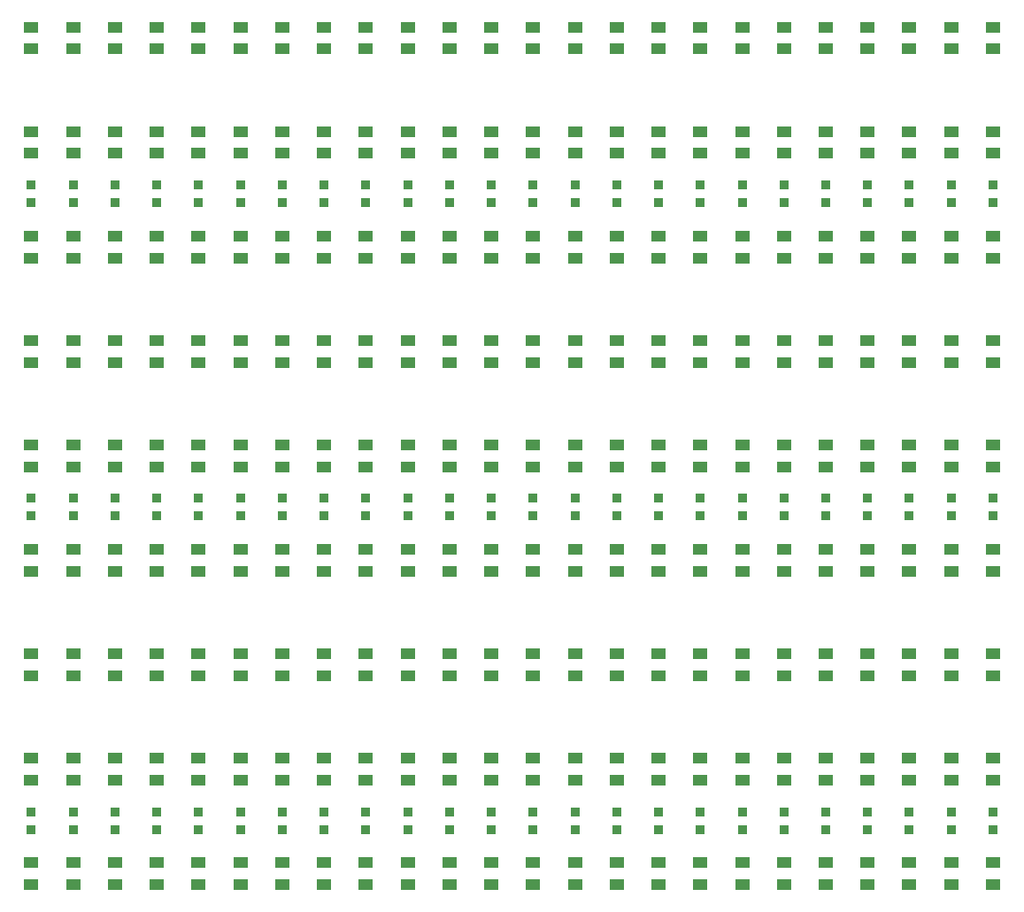
<source format=gbp>
%FSLAX34Y34*%
G04 Gerber Fmt 3.4, Leading zero omitted, Abs format*
G04 (created by PCBNEW (2014-05-23 BZR 4886)-product) date Sat 24 May 2014 10:50:35 PM CEST*
%MOIN*%
G01*
G70*
G90*
G04 APERTURE LIST*
%ADD10C,0.005906*%
%ADD11R,0.038104X0.034584*%
%ADD12R,0.051969X0.041575*%
G04 APERTURE END LIST*
G54D10*
G54D11*
X113582Y-53957D03*
X113582Y-54625D03*
X113582Y-65768D03*
X113582Y-66436D03*
X113582Y-42146D03*
X113582Y-42814D03*
G54D12*
X113582Y-36201D03*
X113582Y-37027D03*
X113582Y-48012D03*
X113582Y-48838D03*
X113582Y-51949D03*
X113582Y-52775D03*
X113582Y-55886D03*
X113582Y-56712D03*
X113582Y-59823D03*
X113582Y-60649D03*
X113582Y-63760D03*
X113582Y-64586D03*
X113582Y-67697D03*
X113582Y-68523D03*
X113582Y-40138D03*
X113582Y-40964D03*
X113582Y-44075D03*
X113582Y-44901D03*
X112007Y-44075D03*
X112007Y-44901D03*
X112007Y-40138D03*
X112007Y-40964D03*
X112007Y-67697D03*
X112007Y-68523D03*
X112007Y-63760D03*
X112007Y-64586D03*
X112007Y-59823D03*
X112007Y-60649D03*
X112007Y-55886D03*
X112007Y-56712D03*
X112007Y-51949D03*
X112007Y-52775D03*
X112007Y-48012D03*
X112007Y-48838D03*
X112007Y-36201D03*
X112007Y-37027D03*
G54D11*
X112007Y-42146D03*
X112007Y-42814D03*
X112007Y-65768D03*
X112007Y-66436D03*
X112007Y-53957D03*
X112007Y-54625D03*
X146653Y-53957D03*
X146653Y-54625D03*
X146653Y-65768D03*
X146653Y-66436D03*
X146653Y-42146D03*
X146653Y-42814D03*
G54D12*
X146653Y-36201D03*
X146653Y-37027D03*
X146653Y-48012D03*
X146653Y-48838D03*
X146653Y-51949D03*
X146653Y-52775D03*
X146653Y-55886D03*
X146653Y-56712D03*
X146653Y-59823D03*
X146653Y-60649D03*
X146653Y-63760D03*
X146653Y-64586D03*
X146653Y-67697D03*
X146653Y-68523D03*
X146653Y-40138D03*
X146653Y-40964D03*
X146653Y-44075D03*
X146653Y-44901D03*
X148228Y-44075D03*
X148228Y-44901D03*
X148228Y-40138D03*
X148228Y-40964D03*
X148228Y-67697D03*
X148228Y-68523D03*
X148228Y-63760D03*
X148228Y-64586D03*
X148228Y-59823D03*
X148228Y-60649D03*
X148228Y-55886D03*
X148228Y-56712D03*
X148228Y-51949D03*
X148228Y-52775D03*
X148228Y-48012D03*
X148228Y-48838D03*
X148228Y-36201D03*
X148228Y-37027D03*
G54D11*
X148228Y-42146D03*
X148228Y-42814D03*
X148228Y-65768D03*
X148228Y-66436D03*
X148228Y-53957D03*
X148228Y-54625D03*
X118307Y-53957D03*
X118307Y-54625D03*
X118307Y-65768D03*
X118307Y-66436D03*
X118307Y-42146D03*
X118307Y-42814D03*
G54D12*
X118307Y-36201D03*
X118307Y-37027D03*
X118307Y-48012D03*
X118307Y-48838D03*
X118307Y-51949D03*
X118307Y-52775D03*
X118307Y-55886D03*
X118307Y-56712D03*
X118307Y-59823D03*
X118307Y-60649D03*
X118307Y-63760D03*
X118307Y-64586D03*
X118307Y-67697D03*
X118307Y-68523D03*
X118307Y-40138D03*
X118307Y-40964D03*
X118307Y-44075D03*
X118307Y-44901D03*
X119881Y-44075D03*
X119881Y-44901D03*
X119881Y-40138D03*
X119881Y-40964D03*
X119881Y-67697D03*
X119881Y-68523D03*
X119881Y-63760D03*
X119881Y-64586D03*
X119881Y-59823D03*
X119881Y-60649D03*
X119881Y-55886D03*
X119881Y-56712D03*
X119881Y-51949D03*
X119881Y-52775D03*
X119881Y-48012D03*
X119881Y-48838D03*
X119881Y-36201D03*
X119881Y-37027D03*
G54D11*
X119881Y-42146D03*
X119881Y-42814D03*
X119881Y-65768D03*
X119881Y-66436D03*
X119881Y-53957D03*
X119881Y-54625D03*
X116732Y-53957D03*
X116732Y-54625D03*
X116732Y-65768D03*
X116732Y-66436D03*
X116732Y-42146D03*
X116732Y-42814D03*
G54D12*
X116732Y-36201D03*
X116732Y-37027D03*
X116732Y-48012D03*
X116732Y-48838D03*
X116732Y-51949D03*
X116732Y-52775D03*
X116732Y-55886D03*
X116732Y-56712D03*
X116732Y-59823D03*
X116732Y-60649D03*
X116732Y-63760D03*
X116732Y-64586D03*
X116732Y-67697D03*
X116732Y-68523D03*
X116732Y-40138D03*
X116732Y-40964D03*
X116732Y-44075D03*
X116732Y-44901D03*
X115157Y-44075D03*
X115157Y-44901D03*
X115157Y-40138D03*
X115157Y-40964D03*
X115157Y-67697D03*
X115157Y-68523D03*
X115157Y-63760D03*
X115157Y-64586D03*
X115157Y-59823D03*
X115157Y-60649D03*
X115157Y-55886D03*
X115157Y-56712D03*
X115157Y-51949D03*
X115157Y-52775D03*
X115157Y-48012D03*
X115157Y-48838D03*
X115157Y-36201D03*
X115157Y-37027D03*
G54D11*
X115157Y-42146D03*
X115157Y-42814D03*
X115157Y-65768D03*
X115157Y-66436D03*
X115157Y-53957D03*
X115157Y-54625D03*
X121456Y-53957D03*
X121456Y-54625D03*
X121456Y-65768D03*
X121456Y-66436D03*
X121456Y-42146D03*
X121456Y-42814D03*
G54D12*
X121456Y-36201D03*
X121456Y-37027D03*
X121456Y-48012D03*
X121456Y-48838D03*
X121456Y-51949D03*
X121456Y-52775D03*
X121456Y-55886D03*
X121456Y-56712D03*
X121456Y-59823D03*
X121456Y-60649D03*
X121456Y-63760D03*
X121456Y-64586D03*
X121456Y-67697D03*
X121456Y-68523D03*
X121456Y-40138D03*
X121456Y-40964D03*
X121456Y-44075D03*
X121456Y-44901D03*
X129330Y-44075D03*
X129330Y-44901D03*
X129330Y-40138D03*
X129330Y-40964D03*
X129330Y-67697D03*
X129330Y-68523D03*
X129330Y-63760D03*
X129330Y-64586D03*
X129330Y-59823D03*
X129330Y-60649D03*
X129330Y-55886D03*
X129330Y-56712D03*
X129330Y-51949D03*
X129330Y-52775D03*
X129330Y-48012D03*
X129330Y-48838D03*
X129330Y-36201D03*
X129330Y-37027D03*
G54D11*
X129330Y-42146D03*
X129330Y-42814D03*
X129330Y-65768D03*
X129330Y-66436D03*
X129330Y-53957D03*
X129330Y-54625D03*
X123031Y-53957D03*
X123031Y-54625D03*
X123031Y-65768D03*
X123031Y-66436D03*
X123031Y-42146D03*
X123031Y-42814D03*
G54D12*
X123031Y-36201D03*
X123031Y-37027D03*
X123031Y-48012D03*
X123031Y-48838D03*
X123031Y-51949D03*
X123031Y-52775D03*
X123031Y-55886D03*
X123031Y-56712D03*
X123031Y-59823D03*
X123031Y-60649D03*
X123031Y-63760D03*
X123031Y-64586D03*
X123031Y-67697D03*
X123031Y-68523D03*
X123031Y-40138D03*
X123031Y-40964D03*
X123031Y-44075D03*
X123031Y-44901D03*
X124606Y-44075D03*
X124606Y-44901D03*
X124606Y-40138D03*
X124606Y-40964D03*
X124606Y-67697D03*
X124606Y-68523D03*
X124606Y-63760D03*
X124606Y-64586D03*
X124606Y-59823D03*
X124606Y-60649D03*
X124606Y-55886D03*
X124606Y-56712D03*
X124606Y-51949D03*
X124606Y-52775D03*
X124606Y-48012D03*
X124606Y-48838D03*
X124606Y-36201D03*
X124606Y-37027D03*
G54D11*
X124606Y-42146D03*
X124606Y-42814D03*
X124606Y-65768D03*
X124606Y-66436D03*
X124606Y-53957D03*
X124606Y-54625D03*
X127755Y-53957D03*
X127755Y-54625D03*
X127755Y-65768D03*
X127755Y-66436D03*
X127755Y-42146D03*
X127755Y-42814D03*
G54D12*
X127755Y-36201D03*
X127755Y-37027D03*
X127755Y-48012D03*
X127755Y-48838D03*
X127755Y-51949D03*
X127755Y-52775D03*
X127755Y-55886D03*
X127755Y-56712D03*
X127755Y-59823D03*
X127755Y-60649D03*
X127755Y-63760D03*
X127755Y-64586D03*
X127755Y-67697D03*
X127755Y-68523D03*
X127755Y-40138D03*
X127755Y-40964D03*
X127755Y-44075D03*
X127755Y-44901D03*
X126181Y-44075D03*
X126181Y-44901D03*
X126181Y-40138D03*
X126181Y-40964D03*
X126181Y-67697D03*
X126181Y-68523D03*
X126181Y-63760D03*
X126181Y-64586D03*
X126181Y-59823D03*
X126181Y-60649D03*
X126181Y-55886D03*
X126181Y-56712D03*
X126181Y-51949D03*
X126181Y-52775D03*
X126181Y-48012D03*
X126181Y-48838D03*
X126181Y-36201D03*
X126181Y-37027D03*
G54D11*
X126181Y-42146D03*
X126181Y-42814D03*
X126181Y-65768D03*
X126181Y-66436D03*
X126181Y-53957D03*
X126181Y-54625D03*
X141929Y-53957D03*
X141929Y-54625D03*
X141929Y-65768D03*
X141929Y-66436D03*
X141929Y-42146D03*
X141929Y-42814D03*
G54D12*
X141929Y-36201D03*
X141929Y-37027D03*
X141929Y-48012D03*
X141929Y-48838D03*
X141929Y-51949D03*
X141929Y-52775D03*
X141929Y-55886D03*
X141929Y-56712D03*
X141929Y-59823D03*
X141929Y-60649D03*
X141929Y-63760D03*
X141929Y-64586D03*
X141929Y-67697D03*
X141929Y-68523D03*
X141929Y-40138D03*
X141929Y-40964D03*
X141929Y-44075D03*
X141929Y-44901D03*
X143503Y-44075D03*
X143503Y-44901D03*
X143503Y-40138D03*
X143503Y-40964D03*
X143503Y-67697D03*
X143503Y-68523D03*
X143503Y-63760D03*
X143503Y-64586D03*
X143503Y-59823D03*
X143503Y-60649D03*
X143503Y-55886D03*
X143503Y-56712D03*
X143503Y-51949D03*
X143503Y-52775D03*
X143503Y-48012D03*
X143503Y-48838D03*
X143503Y-36201D03*
X143503Y-37027D03*
G54D11*
X143503Y-42146D03*
X143503Y-42814D03*
X143503Y-65768D03*
X143503Y-66436D03*
X143503Y-53957D03*
X143503Y-54625D03*
X140354Y-53957D03*
X140354Y-54625D03*
X140354Y-65768D03*
X140354Y-66436D03*
X140354Y-42146D03*
X140354Y-42814D03*
G54D12*
X140354Y-36201D03*
X140354Y-37027D03*
X140354Y-48012D03*
X140354Y-48838D03*
X140354Y-51949D03*
X140354Y-52775D03*
X140354Y-55886D03*
X140354Y-56712D03*
X140354Y-59823D03*
X140354Y-60649D03*
X140354Y-63760D03*
X140354Y-64586D03*
X140354Y-67697D03*
X140354Y-68523D03*
X140354Y-40138D03*
X140354Y-40964D03*
X140354Y-44075D03*
X140354Y-44901D03*
X138779Y-44075D03*
X138779Y-44901D03*
X138779Y-40138D03*
X138779Y-40964D03*
X138779Y-67697D03*
X138779Y-68523D03*
X138779Y-63760D03*
X138779Y-64586D03*
X138779Y-59823D03*
X138779Y-60649D03*
X138779Y-55886D03*
X138779Y-56712D03*
X138779Y-51949D03*
X138779Y-52775D03*
X138779Y-48012D03*
X138779Y-48838D03*
X138779Y-36201D03*
X138779Y-37027D03*
G54D11*
X138779Y-42146D03*
X138779Y-42814D03*
X138779Y-65768D03*
X138779Y-66436D03*
X138779Y-53957D03*
X138779Y-54625D03*
X145078Y-53957D03*
X145078Y-54625D03*
X145078Y-65768D03*
X145078Y-66436D03*
X145078Y-42146D03*
X145078Y-42814D03*
G54D12*
X145078Y-36201D03*
X145078Y-37027D03*
X145078Y-48012D03*
X145078Y-48838D03*
X145078Y-51949D03*
X145078Y-52775D03*
X145078Y-55886D03*
X145078Y-56712D03*
X145078Y-59823D03*
X145078Y-60649D03*
X145078Y-63760D03*
X145078Y-64586D03*
X145078Y-67697D03*
X145078Y-68523D03*
X145078Y-40138D03*
X145078Y-40964D03*
X145078Y-44075D03*
X145078Y-44901D03*
X137204Y-44075D03*
X137204Y-44901D03*
X137204Y-40138D03*
X137204Y-40964D03*
X137204Y-67697D03*
X137204Y-68523D03*
X137204Y-63760D03*
X137204Y-64586D03*
X137204Y-59823D03*
X137204Y-60649D03*
X137204Y-55886D03*
X137204Y-56712D03*
X137204Y-51949D03*
X137204Y-52775D03*
X137204Y-48012D03*
X137204Y-48838D03*
X137204Y-36201D03*
X137204Y-37027D03*
G54D11*
X137204Y-42146D03*
X137204Y-42814D03*
X137204Y-65768D03*
X137204Y-66436D03*
X137204Y-53957D03*
X137204Y-54625D03*
X130905Y-53957D03*
X130905Y-54625D03*
X130905Y-65768D03*
X130905Y-66436D03*
X130905Y-42146D03*
X130905Y-42814D03*
G54D12*
X130905Y-36201D03*
X130905Y-37027D03*
X130905Y-48012D03*
X130905Y-48838D03*
X130905Y-51949D03*
X130905Y-52775D03*
X130905Y-55886D03*
X130905Y-56712D03*
X130905Y-59823D03*
X130905Y-60649D03*
X130905Y-63760D03*
X130905Y-64586D03*
X130905Y-67697D03*
X130905Y-68523D03*
X130905Y-40138D03*
X130905Y-40964D03*
X130905Y-44075D03*
X130905Y-44901D03*
X132480Y-44075D03*
X132480Y-44901D03*
X132480Y-40138D03*
X132480Y-40964D03*
X132480Y-67697D03*
X132480Y-68523D03*
X132480Y-63760D03*
X132480Y-64586D03*
X132480Y-59823D03*
X132480Y-60649D03*
X132480Y-55886D03*
X132480Y-56712D03*
X132480Y-51949D03*
X132480Y-52775D03*
X132480Y-48012D03*
X132480Y-48838D03*
X132480Y-36201D03*
X132480Y-37027D03*
G54D11*
X132480Y-42146D03*
X132480Y-42814D03*
X132480Y-65768D03*
X132480Y-66436D03*
X132480Y-53957D03*
X132480Y-54625D03*
X135629Y-53957D03*
X135629Y-54625D03*
X135629Y-65768D03*
X135629Y-66436D03*
X135629Y-42146D03*
X135629Y-42814D03*
G54D12*
X135629Y-36201D03*
X135629Y-37027D03*
X135629Y-48012D03*
X135629Y-48838D03*
X135629Y-51949D03*
X135629Y-52775D03*
X135629Y-55886D03*
X135629Y-56712D03*
X135629Y-59823D03*
X135629Y-60649D03*
X135629Y-63760D03*
X135629Y-64586D03*
X135629Y-67697D03*
X135629Y-68523D03*
X135629Y-40138D03*
X135629Y-40964D03*
X135629Y-44075D03*
X135629Y-44901D03*
X134055Y-44075D03*
X134055Y-44901D03*
X134055Y-40138D03*
X134055Y-40964D03*
X134055Y-67697D03*
X134055Y-68523D03*
X134055Y-63760D03*
X134055Y-64586D03*
X134055Y-59823D03*
X134055Y-60649D03*
X134055Y-55886D03*
X134055Y-56712D03*
X134055Y-51949D03*
X134055Y-52775D03*
X134055Y-48012D03*
X134055Y-48838D03*
X134055Y-36201D03*
X134055Y-37027D03*
G54D11*
X134055Y-42146D03*
X134055Y-42814D03*
X134055Y-65768D03*
X134055Y-66436D03*
X134055Y-53957D03*
X134055Y-54625D03*
M02*

</source>
